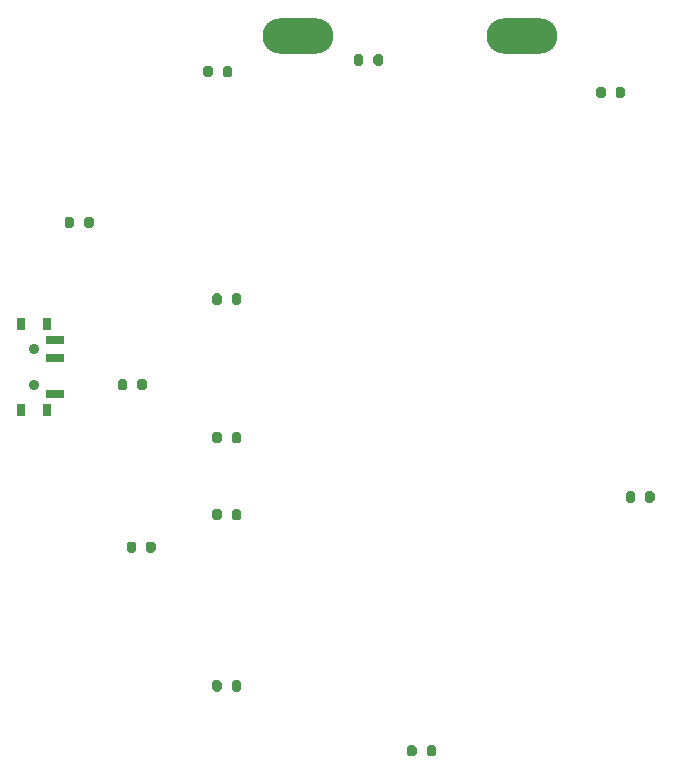
<source format=gbr>
%TF.GenerationSoftware,KiCad,Pcbnew,(5.1.10)-1*%
%TF.CreationDate,2021-10-20T07:52:33+02:00*%
%TF.ProjectId,TVZ_kuglica,54565a5f-6b75-4676-9c69-63612e6b6963,rev?*%
%TF.SameCoordinates,Original*%
%TF.FileFunction,Soldermask,Bot*%
%TF.FilePolarity,Negative*%
%FSLAX46Y46*%
G04 Gerber Fmt 4.6, Leading zero omitted, Abs format (unit mm)*
G04 Created by KiCad (PCBNEW (5.1.10)-1) date 2021-10-20 07:52:33*
%MOMM*%
%LPD*%
G01*
G04 APERTURE LIST*
%ADD10O,6.000000X3.000000*%
%ADD11C,0.900000*%
%ADD12R,1.500000X0.700000*%
%ADD13R,0.800000X1.000000*%
G04 APERTURE END LIST*
D10*
%TO.C,BT1*%
X126500000Y-71750000D03*
X145500000Y-71750000D03*
%TD*%
D11*
%TO.C,SW1*%
X104170000Y-101250000D03*
X104170000Y-98250000D03*
D12*
X105930000Y-102000000D03*
X105930000Y-99000000D03*
X105930000Y-97500000D03*
D13*
X103070000Y-103400000D03*
X103070000Y-96100000D03*
X105280000Y-96100000D03*
X105280000Y-103400000D03*
%TD*%
%TO.C,R1*%
G36*
G01*
X108425000Y-87775000D02*
X108425000Y-87225000D01*
G75*
G02*
X108625000Y-87025000I200000J0D01*
G01*
X109025000Y-87025000D01*
G75*
G02*
X109225000Y-87225000I0J-200000D01*
G01*
X109225000Y-87775000D01*
G75*
G02*
X109025000Y-87975000I-200000J0D01*
G01*
X108625000Y-87975000D01*
G75*
G02*
X108425000Y-87775000I0J200000D01*
G01*
G37*
G36*
G01*
X106775000Y-87775000D02*
X106775000Y-87225000D01*
G75*
G02*
X106975000Y-87025000I200000J0D01*
G01*
X107375000Y-87025000D01*
G75*
G02*
X107575000Y-87225000I0J-200000D01*
G01*
X107575000Y-87775000D01*
G75*
G02*
X107375000Y-87975000I-200000J0D01*
G01*
X106975000Y-87975000D01*
G75*
G02*
X106775000Y-87775000I0J200000D01*
G01*
G37*
%TD*%
%TO.C,R2*%
G36*
G01*
X118525000Y-75025000D02*
X118525000Y-74475000D01*
G75*
G02*
X118725000Y-74275000I200000J0D01*
G01*
X119125000Y-74275000D01*
G75*
G02*
X119325000Y-74475000I0J-200000D01*
G01*
X119325000Y-75025000D01*
G75*
G02*
X119125000Y-75225000I-200000J0D01*
G01*
X118725000Y-75225000D01*
G75*
G02*
X118525000Y-75025000I0J200000D01*
G01*
G37*
G36*
G01*
X120175000Y-75025000D02*
X120175000Y-74475000D01*
G75*
G02*
X120375000Y-74275000I200000J0D01*
G01*
X120775000Y-74275000D01*
G75*
G02*
X120975000Y-74475000I0J-200000D01*
G01*
X120975000Y-75025000D01*
G75*
G02*
X120775000Y-75225000I-200000J0D01*
G01*
X120375000Y-75225000D01*
G75*
G02*
X120175000Y-75025000I0J200000D01*
G01*
G37*
%TD*%
%TO.C,R3*%
G36*
G01*
X153425000Y-76775000D02*
X153425000Y-76225000D01*
G75*
G02*
X153625000Y-76025000I200000J0D01*
G01*
X154025000Y-76025000D01*
G75*
G02*
X154225000Y-76225000I0J-200000D01*
G01*
X154225000Y-76775000D01*
G75*
G02*
X154025000Y-76975000I-200000J0D01*
G01*
X153625000Y-76975000D01*
G75*
G02*
X153425000Y-76775000I0J200000D01*
G01*
G37*
G36*
G01*
X151775000Y-76775000D02*
X151775000Y-76225000D01*
G75*
G02*
X151975000Y-76025000I200000J0D01*
G01*
X152375000Y-76025000D01*
G75*
G02*
X152575000Y-76225000I0J-200000D01*
G01*
X152575000Y-76775000D01*
G75*
G02*
X152375000Y-76975000I-200000J0D01*
G01*
X151975000Y-76975000D01*
G75*
G02*
X151775000Y-76775000I0J200000D01*
G01*
G37*
%TD*%
%TO.C,R4*%
G36*
G01*
X119275000Y-112525000D02*
X119275000Y-111975000D01*
G75*
G02*
X119475000Y-111775000I200000J0D01*
G01*
X119875000Y-111775000D01*
G75*
G02*
X120075000Y-111975000I0J-200000D01*
G01*
X120075000Y-112525000D01*
G75*
G02*
X119875000Y-112725000I-200000J0D01*
G01*
X119475000Y-112725000D01*
G75*
G02*
X119275000Y-112525000I0J200000D01*
G01*
G37*
G36*
G01*
X120925000Y-112525000D02*
X120925000Y-111975000D01*
G75*
G02*
X121125000Y-111775000I200000J0D01*
G01*
X121525000Y-111775000D01*
G75*
G02*
X121725000Y-111975000I0J-200000D01*
G01*
X121725000Y-112525000D01*
G75*
G02*
X121525000Y-112725000I-200000J0D01*
G01*
X121125000Y-112725000D01*
G75*
G02*
X120925000Y-112525000I0J200000D01*
G01*
G37*
%TD*%
%TO.C,R5*%
G36*
G01*
X113675000Y-115275000D02*
X113675000Y-114725000D01*
G75*
G02*
X113875000Y-114525000I200000J0D01*
G01*
X114275000Y-114525000D01*
G75*
G02*
X114475000Y-114725000I0J-200000D01*
G01*
X114475000Y-115275000D01*
G75*
G02*
X114275000Y-115475000I-200000J0D01*
G01*
X113875000Y-115475000D01*
G75*
G02*
X113675000Y-115275000I0J200000D01*
G01*
G37*
G36*
G01*
X112025000Y-115275000D02*
X112025000Y-114725000D01*
G75*
G02*
X112225000Y-114525000I200000J0D01*
G01*
X112625000Y-114525000D01*
G75*
G02*
X112825000Y-114725000I0J-200000D01*
G01*
X112825000Y-115275000D01*
G75*
G02*
X112625000Y-115475000I-200000J0D01*
G01*
X112225000Y-115475000D01*
G75*
G02*
X112025000Y-115275000I0J200000D01*
G01*
G37*
%TD*%
%TO.C,R6*%
G36*
G01*
X111275000Y-101525000D02*
X111275000Y-100975000D01*
G75*
G02*
X111475000Y-100775000I200000J0D01*
G01*
X111875000Y-100775000D01*
G75*
G02*
X112075000Y-100975000I0J-200000D01*
G01*
X112075000Y-101525000D01*
G75*
G02*
X111875000Y-101725000I-200000J0D01*
G01*
X111475000Y-101725000D01*
G75*
G02*
X111275000Y-101525000I0J200000D01*
G01*
G37*
G36*
G01*
X112925000Y-101525000D02*
X112925000Y-100975000D01*
G75*
G02*
X113125000Y-100775000I200000J0D01*
G01*
X113525000Y-100775000D01*
G75*
G02*
X113725000Y-100975000I0J-200000D01*
G01*
X113725000Y-101525000D01*
G75*
G02*
X113525000Y-101725000I-200000J0D01*
G01*
X113125000Y-101725000D01*
G75*
G02*
X112925000Y-101525000I0J200000D01*
G01*
G37*
%TD*%
%TO.C,R7*%
G36*
G01*
X137425000Y-132525000D02*
X137425000Y-131975000D01*
G75*
G02*
X137625000Y-131775000I200000J0D01*
G01*
X138025000Y-131775000D01*
G75*
G02*
X138225000Y-131975000I0J-200000D01*
G01*
X138225000Y-132525000D01*
G75*
G02*
X138025000Y-132725000I-200000J0D01*
G01*
X137625000Y-132725000D01*
G75*
G02*
X137425000Y-132525000I0J200000D01*
G01*
G37*
G36*
G01*
X135775000Y-132525000D02*
X135775000Y-131975000D01*
G75*
G02*
X135975000Y-131775000I200000J0D01*
G01*
X136375000Y-131775000D01*
G75*
G02*
X136575000Y-131975000I0J-200000D01*
G01*
X136575000Y-132525000D01*
G75*
G02*
X136375000Y-132725000I-200000J0D01*
G01*
X135975000Y-132725000D01*
G75*
G02*
X135775000Y-132525000I0J200000D01*
G01*
G37*
%TD*%
%TO.C,R8*%
G36*
G01*
X154275000Y-111025000D02*
X154275000Y-110475000D01*
G75*
G02*
X154475000Y-110275000I200000J0D01*
G01*
X154875000Y-110275000D01*
G75*
G02*
X155075000Y-110475000I0J-200000D01*
G01*
X155075000Y-111025000D01*
G75*
G02*
X154875000Y-111225000I-200000J0D01*
G01*
X154475000Y-111225000D01*
G75*
G02*
X154275000Y-111025000I0J200000D01*
G01*
G37*
G36*
G01*
X155925000Y-111025000D02*
X155925000Y-110475000D01*
G75*
G02*
X156125000Y-110275000I200000J0D01*
G01*
X156525000Y-110275000D01*
G75*
G02*
X156725000Y-110475000I0J-200000D01*
G01*
X156725000Y-111025000D01*
G75*
G02*
X156525000Y-111225000I-200000J0D01*
G01*
X156125000Y-111225000D01*
G75*
G02*
X155925000Y-111025000I0J200000D01*
G01*
G37*
%TD*%
%TO.C,R9*%
G36*
G01*
X132925000Y-74025000D02*
X132925000Y-73475000D01*
G75*
G02*
X133125000Y-73275000I200000J0D01*
G01*
X133525000Y-73275000D01*
G75*
G02*
X133725000Y-73475000I0J-200000D01*
G01*
X133725000Y-74025000D01*
G75*
G02*
X133525000Y-74225000I-200000J0D01*
G01*
X133125000Y-74225000D01*
G75*
G02*
X132925000Y-74025000I0J200000D01*
G01*
G37*
G36*
G01*
X131275000Y-74025000D02*
X131275000Y-73475000D01*
G75*
G02*
X131475000Y-73275000I200000J0D01*
G01*
X131875000Y-73275000D01*
G75*
G02*
X132075000Y-73475000I0J-200000D01*
G01*
X132075000Y-74025000D01*
G75*
G02*
X131875000Y-74225000I-200000J0D01*
G01*
X131475000Y-74225000D01*
G75*
G02*
X131275000Y-74025000I0J200000D01*
G01*
G37*
%TD*%
%TO.C,R10*%
G36*
G01*
X119275000Y-106025000D02*
X119275000Y-105475000D01*
G75*
G02*
X119475000Y-105275000I200000J0D01*
G01*
X119875000Y-105275000D01*
G75*
G02*
X120075000Y-105475000I0J-200000D01*
G01*
X120075000Y-106025000D01*
G75*
G02*
X119875000Y-106225000I-200000J0D01*
G01*
X119475000Y-106225000D01*
G75*
G02*
X119275000Y-106025000I0J200000D01*
G01*
G37*
G36*
G01*
X120925000Y-106025000D02*
X120925000Y-105475000D01*
G75*
G02*
X121125000Y-105275000I200000J0D01*
G01*
X121525000Y-105275000D01*
G75*
G02*
X121725000Y-105475000I0J-200000D01*
G01*
X121725000Y-106025000D01*
G75*
G02*
X121525000Y-106225000I-200000J0D01*
G01*
X121125000Y-106225000D01*
G75*
G02*
X120925000Y-106025000I0J200000D01*
G01*
G37*
%TD*%
%TO.C,R11*%
G36*
G01*
X120925000Y-127025000D02*
X120925000Y-126475000D01*
G75*
G02*
X121125000Y-126275000I200000J0D01*
G01*
X121525000Y-126275000D01*
G75*
G02*
X121725000Y-126475000I0J-200000D01*
G01*
X121725000Y-127025000D01*
G75*
G02*
X121525000Y-127225000I-200000J0D01*
G01*
X121125000Y-127225000D01*
G75*
G02*
X120925000Y-127025000I0J200000D01*
G01*
G37*
G36*
G01*
X119275000Y-127025000D02*
X119275000Y-126475000D01*
G75*
G02*
X119475000Y-126275000I200000J0D01*
G01*
X119875000Y-126275000D01*
G75*
G02*
X120075000Y-126475000I0J-200000D01*
G01*
X120075000Y-127025000D01*
G75*
G02*
X119875000Y-127225000I-200000J0D01*
G01*
X119475000Y-127225000D01*
G75*
G02*
X119275000Y-127025000I0J200000D01*
G01*
G37*
%TD*%
%TO.C,R12*%
G36*
G01*
X119275000Y-94275000D02*
X119275000Y-93725000D01*
G75*
G02*
X119475000Y-93525000I200000J0D01*
G01*
X119875000Y-93525000D01*
G75*
G02*
X120075000Y-93725000I0J-200000D01*
G01*
X120075000Y-94275000D01*
G75*
G02*
X119875000Y-94475000I-200000J0D01*
G01*
X119475000Y-94475000D01*
G75*
G02*
X119275000Y-94275000I0J200000D01*
G01*
G37*
G36*
G01*
X120925000Y-94275000D02*
X120925000Y-93725000D01*
G75*
G02*
X121125000Y-93525000I200000J0D01*
G01*
X121525000Y-93525000D01*
G75*
G02*
X121725000Y-93725000I0J-200000D01*
G01*
X121725000Y-94275000D01*
G75*
G02*
X121525000Y-94475000I-200000J0D01*
G01*
X121125000Y-94475000D01*
G75*
G02*
X120925000Y-94275000I0J200000D01*
G01*
G37*
%TD*%
M02*

</source>
